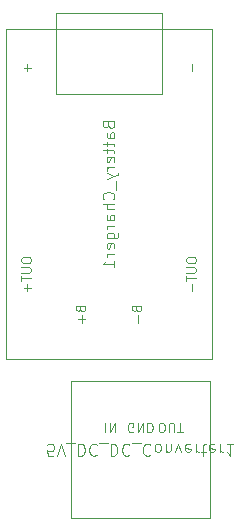
<source format=gbo>
%TF.GenerationSoftware,KiCad,Pcbnew,9.0.0*%
%TF.CreationDate,2025-03-19T00:36:04-07:00*%
%TF.ProjectId,tag_v2,7461675f-7632-42e6-9b69-6361645f7063,v0.4*%
%TF.SameCoordinates,Original*%
%TF.FileFunction,Legend,Bot*%
%TF.FilePolarity,Positive*%
%FSLAX46Y46*%
G04 Gerber Fmt 4.6, Leading zero omitted, Abs format (unit mm)*
G04 Created by KiCad (PCBNEW 9.0.0) date 2025-03-19 00:36:04*
%MOMM*%
%LPD*%
G01*
G04 APERTURE LIST*
%ADD10C,0.100000*%
G04 APERTURE END LIST*
D10*
X169172855Y-117382580D02*
X168696665Y-117382580D01*
X168696665Y-117382580D02*
X168649046Y-116906390D01*
X168649046Y-116906390D02*
X168696665Y-116954009D01*
X168696665Y-116954009D02*
X168791903Y-117001628D01*
X168791903Y-117001628D02*
X169029998Y-117001628D01*
X169029998Y-117001628D02*
X169125236Y-116954009D01*
X169125236Y-116954009D02*
X169172855Y-116906390D01*
X169172855Y-116906390D02*
X169220474Y-116811152D01*
X169220474Y-116811152D02*
X169220474Y-116573057D01*
X169220474Y-116573057D02*
X169172855Y-116477819D01*
X169172855Y-116477819D02*
X169125236Y-116430200D01*
X169125236Y-116430200D02*
X169029998Y-116382580D01*
X169029998Y-116382580D02*
X168791903Y-116382580D01*
X168791903Y-116382580D02*
X168696665Y-116430200D01*
X168696665Y-116430200D02*
X168649046Y-116477819D01*
X169506189Y-117382580D02*
X169839522Y-116382580D01*
X169839522Y-116382580D02*
X170172855Y-117382580D01*
X170268094Y-116287342D02*
X171029998Y-116287342D01*
X171268094Y-116382580D02*
X171268094Y-117382580D01*
X171268094Y-117382580D02*
X171506189Y-117382580D01*
X171506189Y-117382580D02*
X171649046Y-117334961D01*
X171649046Y-117334961D02*
X171744284Y-117239723D01*
X171744284Y-117239723D02*
X171791903Y-117144485D01*
X171791903Y-117144485D02*
X171839522Y-116954009D01*
X171839522Y-116954009D02*
X171839522Y-116811152D01*
X171839522Y-116811152D02*
X171791903Y-116620676D01*
X171791903Y-116620676D02*
X171744284Y-116525438D01*
X171744284Y-116525438D02*
X171649046Y-116430200D01*
X171649046Y-116430200D02*
X171506189Y-116382580D01*
X171506189Y-116382580D02*
X171268094Y-116382580D01*
X172839522Y-116477819D02*
X172791903Y-116430200D01*
X172791903Y-116430200D02*
X172649046Y-116382580D01*
X172649046Y-116382580D02*
X172553808Y-116382580D01*
X172553808Y-116382580D02*
X172410951Y-116430200D01*
X172410951Y-116430200D02*
X172315713Y-116525438D01*
X172315713Y-116525438D02*
X172268094Y-116620676D01*
X172268094Y-116620676D02*
X172220475Y-116811152D01*
X172220475Y-116811152D02*
X172220475Y-116954009D01*
X172220475Y-116954009D02*
X172268094Y-117144485D01*
X172268094Y-117144485D02*
X172315713Y-117239723D01*
X172315713Y-117239723D02*
X172410951Y-117334961D01*
X172410951Y-117334961D02*
X172553808Y-117382580D01*
X172553808Y-117382580D02*
X172649046Y-117382580D01*
X172649046Y-117382580D02*
X172791903Y-117334961D01*
X172791903Y-117334961D02*
X172839522Y-117287342D01*
X173029999Y-116287342D02*
X173791903Y-116287342D01*
X174029999Y-116382580D02*
X174029999Y-117382580D01*
X174029999Y-117382580D02*
X174268094Y-117382580D01*
X174268094Y-117382580D02*
X174410951Y-117334961D01*
X174410951Y-117334961D02*
X174506189Y-117239723D01*
X174506189Y-117239723D02*
X174553808Y-117144485D01*
X174553808Y-117144485D02*
X174601427Y-116954009D01*
X174601427Y-116954009D02*
X174601427Y-116811152D01*
X174601427Y-116811152D02*
X174553808Y-116620676D01*
X174553808Y-116620676D02*
X174506189Y-116525438D01*
X174506189Y-116525438D02*
X174410951Y-116430200D01*
X174410951Y-116430200D02*
X174268094Y-116382580D01*
X174268094Y-116382580D02*
X174029999Y-116382580D01*
X175601427Y-116477819D02*
X175553808Y-116430200D01*
X175553808Y-116430200D02*
X175410951Y-116382580D01*
X175410951Y-116382580D02*
X175315713Y-116382580D01*
X175315713Y-116382580D02*
X175172856Y-116430200D01*
X175172856Y-116430200D02*
X175077618Y-116525438D01*
X175077618Y-116525438D02*
X175029999Y-116620676D01*
X175029999Y-116620676D02*
X174982380Y-116811152D01*
X174982380Y-116811152D02*
X174982380Y-116954009D01*
X174982380Y-116954009D02*
X175029999Y-117144485D01*
X175029999Y-117144485D02*
X175077618Y-117239723D01*
X175077618Y-117239723D02*
X175172856Y-117334961D01*
X175172856Y-117334961D02*
X175315713Y-117382580D01*
X175315713Y-117382580D02*
X175410951Y-117382580D01*
X175410951Y-117382580D02*
X175553808Y-117334961D01*
X175553808Y-117334961D02*
X175601427Y-117287342D01*
X175791904Y-116287342D02*
X176553808Y-116287342D01*
X177363332Y-116477819D02*
X177315713Y-116430200D01*
X177315713Y-116430200D02*
X177172856Y-116382580D01*
X177172856Y-116382580D02*
X177077618Y-116382580D01*
X177077618Y-116382580D02*
X176934761Y-116430200D01*
X176934761Y-116430200D02*
X176839523Y-116525438D01*
X176839523Y-116525438D02*
X176791904Y-116620676D01*
X176791904Y-116620676D02*
X176744285Y-116811152D01*
X176744285Y-116811152D02*
X176744285Y-116954009D01*
X176744285Y-116954009D02*
X176791904Y-117144485D01*
X176791904Y-117144485D02*
X176839523Y-117239723D01*
X176839523Y-117239723D02*
X176934761Y-117334961D01*
X176934761Y-117334961D02*
X177077618Y-117382580D01*
X177077618Y-117382580D02*
X177172856Y-117382580D01*
X177172856Y-117382580D02*
X177315713Y-117334961D01*
X177315713Y-117334961D02*
X177363332Y-117287342D01*
X177934761Y-116382580D02*
X177839523Y-116430200D01*
X177839523Y-116430200D02*
X177791904Y-116477819D01*
X177791904Y-116477819D02*
X177744285Y-116573057D01*
X177744285Y-116573057D02*
X177744285Y-116858771D01*
X177744285Y-116858771D02*
X177791904Y-116954009D01*
X177791904Y-116954009D02*
X177839523Y-117001628D01*
X177839523Y-117001628D02*
X177934761Y-117049247D01*
X177934761Y-117049247D02*
X178077618Y-117049247D01*
X178077618Y-117049247D02*
X178172856Y-117001628D01*
X178172856Y-117001628D02*
X178220475Y-116954009D01*
X178220475Y-116954009D02*
X178268094Y-116858771D01*
X178268094Y-116858771D02*
X178268094Y-116573057D01*
X178268094Y-116573057D02*
X178220475Y-116477819D01*
X178220475Y-116477819D02*
X178172856Y-116430200D01*
X178172856Y-116430200D02*
X178077618Y-116382580D01*
X178077618Y-116382580D02*
X177934761Y-116382580D01*
X178696666Y-117049247D02*
X178696666Y-116382580D01*
X178696666Y-116954009D02*
X178744285Y-117001628D01*
X178744285Y-117001628D02*
X178839523Y-117049247D01*
X178839523Y-117049247D02*
X178982380Y-117049247D01*
X178982380Y-117049247D02*
X179077618Y-117001628D01*
X179077618Y-117001628D02*
X179125237Y-116906390D01*
X179125237Y-116906390D02*
X179125237Y-116382580D01*
X179506190Y-117049247D02*
X179744285Y-116382580D01*
X179744285Y-116382580D02*
X179982380Y-117049247D01*
X180744285Y-116430200D02*
X180649047Y-116382580D01*
X180649047Y-116382580D02*
X180458571Y-116382580D01*
X180458571Y-116382580D02*
X180363333Y-116430200D01*
X180363333Y-116430200D02*
X180315714Y-116525438D01*
X180315714Y-116525438D02*
X180315714Y-116906390D01*
X180315714Y-116906390D02*
X180363333Y-117001628D01*
X180363333Y-117001628D02*
X180458571Y-117049247D01*
X180458571Y-117049247D02*
X180649047Y-117049247D01*
X180649047Y-117049247D02*
X180744285Y-117001628D01*
X180744285Y-117001628D02*
X180791904Y-116906390D01*
X180791904Y-116906390D02*
X180791904Y-116811152D01*
X180791904Y-116811152D02*
X180315714Y-116715914D01*
X181220476Y-116382580D02*
X181220476Y-117049247D01*
X181220476Y-116858771D02*
X181268095Y-116954009D01*
X181268095Y-116954009D02*
X181315714Y-117001628D01*
X181315714Y-117001628D02*
X181410952Y-117049247D01*
X181410952Y-117049247D02*
X181506190Y-117049247D01*
X181696667Y-117049247D02*
X182077619Y-117049247D01*
X181839524Y-117382580D02*
X181839524Y-116525438D01*
X181839524Y-116525438D02*
X181887143Y-116430200D01*
X181887143Y-116430200D02*
X181982381Y-116382580D01*
X181982381Y-116382580D02*
X182077619Y-116382580D01*
X182791905Y-116430200D02*
X182696667Y-116382580D01*
X182696667Y-116382580D02*
X182506191Y-116382580D01*
X182506191Y-116382580D02*
X182410953Y-116430200D01*
X182410953Y-116430200D02*
X182363334Y-116525438D01*
X182363334Y-116525438D02*
X182363334Y-116906390D01*
X182363334Y-116906390D02*
X182410953Y-117001628D01*
X182410953Y-117001628D02*
X182506191Y-117049247D01*
X182506191Y-117049247D02*
X182696667Y-117049247D01*
X182696667Y-117049247D02*
X182791905Y-117001628D01*
X182791905Y-117001628D02*
X182839524Y-116906390D01*
X182839524Y-116906390D02*
X182839524Y-116811152D01*
X182839524Y-116811152D02*
X182363334Y-116715914D01*
X183268096Y-116382580D02*
X183268096Y-117049247D01*
X183268096Y-116858771D02*
X183315715Y-116954009D01*
X183315715Y-116954009D02*
X183363334Y-117001628D01*
X183363334Y-117001628D02*
X183458572Y-117049247D01*
X183458572Y-117049247D02*
X183553810Y-117049247D01*
X184410953Y-116382580D02*
X183839525Y-116382580D01*
X184125239Y-116382580D02*
X184125239Y-117382580D01*
X184125239Y-117382580D02*
X184030001Y-117239723D01*
X184030001Y-117239723D02*
X183934763Y-117144485D01*
X183934763Y-117144485D02*
X183839525Y-117096866D01*
X178270000Y-115407104D02*
X178422381Y-115407104D01*
X178422381Y-115407104D02*
X178498571Y-115369009D01*
X178498571Y-115369009D02*
X178574762Y-115292819D01*
X178574762Y-115292819D02*
X178612857Y-115140438D01*
X178612857Y-115140438D02*
X178612857Y-114873771D01*
X178612857Y-114873771D02*
X178574762Y-114721390D01*
X178574762Y-114721390D02*
X178498571Y-114645200D01*
X178498571Y-114645200D02*
X178422381Y-114607104D01*
X178422381Y-114607104D02*
X178270000Y-114607104D01*
X178270000Y-114607104D02*
X178193809Y-114645200D01*
X178193809Y-114645200D02*
X178117619Y-114721390D01*
X178117619Y-114721390D02*
X178079523Y-114873771D01*
X178079523Y-114873771D02*
X178079523Y-115140438D01*
X178079523Y-115140438D02*
X178117619Y-115292819D01*
X178117619Y-115292819D02*
X178193809Y-115369009D01*
X178193809Y-115369009D02*
X178270000Y-115407104D01*
X178955714Y-115407104D02*
X178955714Y-114759485D01*
X178955714Y-114759485D02*
X178993809Y-114683295D01*
X178993809Y-114683295D02*
X179031904Y-114645200D01*
X179031904Y-114645200D02*
X179108095Y-114607104D01*
X179108095Y-114607104D02*
X179260476Y-114607104D01*
X179260476Y-114607104D02*
X179336666Y-114645200D01*
X179336666Y-114645200D02*
X179374761Y-114683295D01*
X179374761Y-114683295D02*
X179412857Y-114759485D01*
X179412857Y-114759485D02*
X179412857Y-115407104D01*
X179679523Y-115407104D02*
X180136666Y-115407104D01*
X179908094Y-114607104D02*
X179908094Y-115407104D01*
X175920476Y-115369009D02*
X175844286Y-115407104D01*
X175844286Y-115407104D02*
X175730000Y-115407104D01*
X175730000Y-115407104D02*
X175615714Y-115369009D01*
X175615714Y-115369009D02*
X175539524Y-115292819D01*
X175539524Y-115292819D02*
X175501429Y-115216628D01*
X175501429Y-115216628D02*
X175463333Y-115064247D01*
X175463333Y-115064247D02*
X175463333Y-114949961D01*
X175463333Y-114949961D02*
X175501429Y-114797580D01*
X175501429Y-114797580D02*
X175539524Y-114721390D01*
X175539524Y-114721390D02*
X175615714Y-114645200D01*
X175615714Y-114645200D02*
X175730000Y-114607104D01*
X175730000Y-114607104D02*
X175806191Y-114607104D01*
X175806191Y-114607104D02*
X175920476Y-114645200D01*
X175920476Y-114645200D02*
X175958572Y-114683295D01*
X175958572Y-114683295D02*
X175958572Y-114949961D01*
X175958572Y-114949961D02*
X175806191Y-114949961D01*
X176301429Y-114607104D02*
X176301429Y-115407104D01*
X176301429Y-115407104D02*
X176758572Y-114607104D01*
X176758572Y-114607104D02*
X176758572Y-115407104D01*
X177139524Y-114607104D02*
X177139524Y-115407104D01*
X177139524Y-115407104D02*
X177330000Y-115407104D01*
X177330000Y-115407104D02*
X177444286Y-115369009D01*
X177444286Y-115369009D02*
X177520476Y-115292819D01*
X177520476Y-115292819D02*
X177558571Y-115216628D01*
X177558571Y-115216628D02*
X177596667Y-115064247D01*
X177596667Y-115064247D02*
X177596667Y-114949961D01*
X177596667Y-114949961D02*
X177558571Y-114797580D01*
X177558571Y-114797580D02*
X177520476Y-114721390D01*
X177520476Y-114721390D02*
X177444286Y-114645200D01*
X177444286Y-114645200D02*
X177330000Y-114607104D01*
X177330000Y-114607104D02*
X177139524Y-114607104D01*
X173570953Y-114607104D02*
X173570953Y-115407104D01*
X173951905Y-114607104D02*
X173951905Y-115407104D01*
X173951905Y-115407104D02*
X174409048Y-114607104D01*
X174409048Y-114607104D02*
X174409048Y-115407104D01*
X173823609Y-89396665D02*
X173871228Y-89539522D01*
X173871228Y-89539522D02*
X173918847Y-89587141D01*
X173918847Y-89587141D02*
X174014085Y-89634760D01*
X174014085Y-89634760D02*
X174156942Y-89634760D01*
X174156942Y-89634760D02*
X174252180Y-89587141D01*
X174252180Y-89587141D02*
X174299800Y-89539522D01*
X174299800Y-89539522D02*
X174347419Y-89444284D01*
X174347419Y-89444284D02*
X174347419Y-89063332D01*
X174347419Y-89063332D02*
X173347419Y-89063332D01*
X173347419Y-89063332D02*
X173347419Y-89396665D01*
X173347419Y-89396665D02*
X173395038Y-89491903D01*
X173395038Y-89491903D02*
X173442657Y-89539522D01*
X173442657Y-89539522D02*
X173537895Y-89587141D01*
X173537895Y-89587141D02*
X173633133Y-89587141D01*
X173633133Y-89587141D02*
X173728371Y-89539522D01*
X173728371Y-89539522D02*
X173775990Y-89491903D01*
X173775990Y-89491903D02*
X173823609Y-89396665D01*
X173823609Y-89396665D02*
X173823609Y-89063332D01*
X174347419Y-90491903D02*
X173823609Y-90491903D01*
X173823609Y-90491903D02*
X173728371Y-90444284D01*
X173728371Y-90444284D02*
X173680752Y-90349046D01*
X173680752Y-90349046D02*
X173680752Y-90158570D01*
X173680752Y-90158570D02*
X173728371Y-90063332D01*
X174299800Y-90491903D02*
X174347419Y-90396665D01*
X174347419Y-90396665D02*
X174347419Y-90158570D01*
X174347419Y-90158570D02*
X174299800Y-90063332D01*
X174299800Y-90063332D02*
X174204561Y-90015713D01*
X174204561Y-90015713D02*
X174109323Y-90015713D01*
X174109323Y-90015713D02*
X174014085Y-90063332D01*
X174014085Y-90063332D02*
X173966466Y-90158570D01*
X173966466Y-90158570D02*
X173966466Y-90396665D01*
X173966466Y-90396665D02*
X173918847Y-90491903D01*
X173680752Y-90825237D02*
X173680752Y-91206189D01*
X173347419Y-90968094D02*
X174204561Y-90968094D01*
X174204561Y-90968094D02*
X174299800Y-91015713D01*
X174299800Y-91015713D02*
X174347419Y-91110951D01*
X174347419Y-91110951D02*
X174347419Y-91206189D01*
X173680752Y-91396666D02*
X173680752Y-91777618D01*
X173347419Y-91539523D02*
X174204561Y-91539523D01*
X174204561Y-91539523D02*
X174299800Y-91587142D01*
X174299800Y-91587142D02*
X174347419Y-91682380D01*
X174347419Y-91682380D02*
X174347419Y-91777618D01*
X174299800Y-92491904D02*
X174347419Y-92396666D01*
X174347419Y-92396666D02*
X174347419Y-92206190D01*
X174347419Y-92206190D02*
X174299800Y-92110952D01*
X174299800Y-92110952D02*
X174204561Y-92063333D01*
X174204561Y-92063333D02*
X173823609Y-92063333D01*
X173823609Y-92063333D02*
X173728371Y-92110952D01*
X173728371Y-92110952D02*
X173680752Y-92206190D01*
X173680752Y-92206190D02*
X173680752Y-92396666D01*
X173680752Y-92396666D02*
X173728371Y-92491904D01*
X173728371Y-92491904D02*
X173823609Y-92539523D01*
X173823609Y-92539523D02*
X173918847Y-92539523D01*
X173918847Y-92539523D02*
X174014085Y-92063333D01*
X174347419Y-92968095D02*
X173680752Y-92968095D01*
X173871228Y-92968095D02*
X173775990Y-93015714D01*
X173775990Y-93015714D02*
X173728371Y-93063333D01*
X173728371Y-93063333D02*
X173680752Y-93158571D01*
X173680752Y-93158571D02*
X173680752Y-93253809D01*
X173680752Y-93491905D02*
X174347419Y-93730000D01*
X173680752Y-93968095D02*
X174347419Y-93730000D01*
X174347419Y-93730000D02*
X174585514Y-93634762D01*
X174585514Y-93634762D02*
X174633133Y-93587143D01*
X174633133Y-93587143D02*
X174680752Y-93491905D01*
X174442657Y-94110953D02*
X174442657Y-94872857D01*
X174252180Y-95682381D02*
X174299800Y-95634762D01*
X174299800Y-95634762D02*
X174347419Y-95491905D01*
X174347419Y-95491905D02*
X174347419Y-95396667D01*
X174347419Y-95396667D02*
X174299800Y-95253810D01*
X174299800Y-95253810D02*
X174204561Y-95158572D01*
X174204561Y-95158572D02*
X174109323Y-95110953D01*
X174109323Y-95110953D02*
X173918847Y-95063334D01*
X173918847Y-95063334D02*
X173775990Y-95063334D01*
X173775990Y-95063334D02*
X173585514Y-95110953D01*
X173585514Y-95110953D02*
X173490276Y-95158572D01*
X173490276Y-95158572D02*
X173395038Y-95253810D01*
X173395038Y-95253810D02*
X173347419Y-95396667D01*
X173347419Y-95396667D02*
X173347419Y-95491905D01*
X173347419Y-95491905D02*
X173395038Y-95634762D01*
X173395038Y-95634762D02*
X173442657Y-95682381D01*
X174347419Y-96110953D02*
X173347419Y-96110953D01*
X174347419Y-96539524D02*
X173823609Y-96539524D01*
X173823609Y-96539524D02*
X173728371Y-96491905D01*
X173728371Y-96491905D02*
X173680752Y-96396667D01*
X173680752Y-96396667D02*
X173680752Y-96253810D01*
X173680752Y-96253810D02*
X173728371Y-96158572D01*
X173728371Y-96158572D02*
X173775990Y-96110953D01*
X174347419Y-97444286D02*
X173823609Y-97444286D01*
X173823609Y-97444286D02*
X173728371Y-97396667D01*
X173728371Y-97396667D02*
X173680752Y-97301429D01*
X173680752Y-97301429D02*
X173680752Y-97110953D01*
X173680752Y-97110953D02*
X173728371Y-97015715D01*
X174299800Y-97444286D02*
X174347419Y-97349048D01*
X174347419Y-97349048D02*
X174347419Y-97110953D01*
X174347419Y-97110953D02*
X174299800Y-97015715D01*
X174299800Y-97015715D02*
X174204561Y-96968096D01*
X174204561Y-96968096D02*
X174109323Y-96968096D01*
X174109323Y-96968096D02*
X174014085Y-97015715D01*
X174014085Y-97015715D02*
X173966466Y-97110953D01*
X173966466Y-97110953D02*
X173966466Y-97349048D01*
X173966466Y-97349048D02*
X173918847Y-97444286D01*
X174347419Y-97920477D02*
X173680752Y-97920477D01*
X173871228Y-97920477D02*
X173775990Y-97968096D01*
X173775990Y-97968096D02*
X173728371Y-98015715D01*
X173728371Y-98015715D02*
X173680752Y-98110953D01*
X173680752Y-98110953D02*
X173680752Y-98206191D01*
X173680752Y-98968096D02*
X174490276Y-98968096D01*
X174490276Y-98968096D02*
X174585514Y-98920477D01*
X174585514Y-98920477D02*
X174633133Y-98872858D01*
X174633133Y-98872858D02*
X174680752Y-98777620D01*
X174680752Y-98777620D02*
X174680752Y-98634763D01*
X174680752Y-98634763D02*
X174633133Y-98539525D01*
X174299800Y-98968096D02*
X174347419Y-98872858D01*
X174347419Y-98872858D02*
X174347419Y-98682382D01*
X174347419Y-98682382D02*
X174299800Y-98587144D01*
X174299800Y-98587144D02*
X174252180Y-98539525D01*
X174252180Y-98539525D02*
X174156942Y-98491906D01*
X174156942Y-98491906D02*
X173871228Y-98491906D01*
X173871228Y-98491906D02*
X173775990Y-98539525D01*
X173775990Y-98539525D02*
X173728371Y-98587144D01*
X173728371Y-98587144D02*
X173680752Y-98682382D01*
X173680752Y-98682382D02*
X173680752Y-98872858D01*
X173680752Y-98872858D02*
X173728371Y-98968096D01*
X174299800Y-99825239D02*
X174347419Y-99730001D01*
X174347419Y-99730001D02*
X174347419Y-99539525D01*
X174347419Y-99539525D02*
X174299800Y-99444287D01*
X174299800Y-99444287D02*
X174204561Y-99396668D01*
X174204561Y-99396668D02*
X173823609Y-99396668D01*
X173823609Y-99396668D02*
X173728371Y-99444287D01*
X173728371Y-99444287D02*
X173680752Y-99539525D01*
X173680752Y-99539525D02*
X173680752Y-99730001D01*
X173680752Y-99730001D02*
X173728371Y-99825239D01*
X173728371Y-99825239D02*
X173823609Y-99872858D01*
X173823609Y-99872858D02*
X173918847Y-99872858D01*
X173918847Y-99872858D02*
X174014085Y-99396668D01*
X174347419Y-100301430D02*
X173680752Y-100301430D01*
X173871228Y-100301430D02*
X173775990Y-100349049D01*
X173775990Y-100349049D02*
X173728371Y-100396668D01*
X173728371Y-100396668D02*
X173680752Y-100491906D01*
X173680752Y-100491906D02*
X173680752Y-100587144D01*
X174347419Y-101444287D02*
X174347419Y-100872859D01*
X174347419Y-101158573D02*
X173347419Y-101158573D01*
X173347419Y-101158573D02*
X173490276Y-101063335D01*
X173490276Y-101063335D02*
X173585514Y-100968097D01*
X173585514Y-100968097D02*
X173633133Y-100872859D01*
X171462847Y-104971904D02*
X171500942Y-105086190D01*
X171500942Y-105086190D02*
X171539038Y-105124285D01*
X171539038Y-105124285D02*
X171615228Y-105162381D01*
X171615228Y-105162381D02*
X171729514Y-105162381D01*
X171729514Y-105162381D02*
X171805704Y-105124285D01*
X171805704Y-105124285D02*
X171843800Y-105086190D01*
X171843800Y-105086190D02*
X171881895Y-105010000D01*
X171881895Y-105010000D02*
X171881895Y-104705238D01*
X171881895Y-104705238D02*
X171081895Y-104705238D01*
X171081895Y-104705238D02*
X171081895Y-104971904D01*
X171081895Y-104971904D02*
X171119990Y-105048095D01*
X171119990Y-105048095D02*
X171158085Y-105086190D01*
X171158085Y-105086190D02*
X171234276Y-105124285D01*
X171234276Y-105124285D02*
X171310466Y-105124285D01*
X171310466Y-105124285D02*
X171386657Y-105086190D01*
X171386657Y-105086190D02*
X171424752Y-105048095D01*
X171424752Y-105048095D02*
X171462847Y-104971904D01*
X171462847Y-104971904D02*
X171462847Y-104705238D01*
X171577133Y-105505238D02*
X171577133Y-106114762D01*
X171881895Y-105810000D02*
X171272371Y-105810000D01*
X176208847Y-104971904D02*
X176246942Y-105086190D01*
X176246942Y-105086190D02*
X176285038Y-105124285D01*
X176285038Y-105124285D02*
X176361228Y-105162381D01*
X176361228Y-105162381D02*
X176475514Y-105162381D01*
X176475514Y-105162381D02*
X176551704Y-105124285D01*
X176551704Y-105124285D02*
X176589800Y-105086190D01*
X176589800Y-105086190D02*
X176627895Y-105010000D01*
X176627895Y-105010000D02*
X176627895Y-104705238D01*
X176627895Y-104705238D02*
X175827895Y-104705238D01*
X175827895Y-104705238D02*
X175827895Y-104971904D01*
X175827895Y-104971904D02*
X175865990Y-105048095D01*
X175865990Y-105048095D02*
X175904085Y-105086190D01*
X175904085Y-105086190D02*
X175980276Y-105124285D01*
X175980276Y-105124285D02*
X176056466Y-105124285D01*
X176056466Y-105124285D02*
X176132657Y-105086190D01*
X176132657Y-105086190D02*
X176170752Y-105048095D01*
X176170752Y-105048095D02*
X176208847Y-104971904D01*
X176208847Y-104971904D02*
X176208847Y-104705238D01*
X176323133Y-105505238D02*
X176323133Y-106114762D01*
X166965133Y-84224211D02*
X166965133Y-84833735D01*
X167269895Y-84528973D02*
X166660371Y-84528973D01*
X166469895Y-100738646D02*
X166469895Y-100891027D01*
X166469895Y-100891027D02*
X166507990Y-100967217D01*
X166507990Y-100967217D02*
X166584180Y-101043408D01*
X166584180Y-101043408D02*
X166736561Y-101081503D01*
X166736561Y-101081503D02*
X167003228Y-101081503D01*
X167003228Y-101081503D02*
X167155609Y-101043408D01*
X167155609Y-101043408D02*
X167231800Y-100967217D01*
X167231800Y-100967217D02*
X167269895Y-100891027D01*
X167269895Y-100891027D02*
X167269895Y-100738646D01*
X167269895Y-100738646D02*
X167231800Y-100662455D01*
X167231800Y-100662455D02*
X167155609Y-100586265D01*
X167155609Y-100586265D02*
X167003228Y-100548169D01*
X167003228Y-100548169D02*
X166736561Y-100548169D01*
X166736561Y-100548169D02*
X166584180Y-100586265D01*
X166584180Y-100586265D02*
X166507990Y-100662455D01*
X166507990Y-100662455D02*
X166469895Y-100738646D01*
X166469895Y-101424360D02*
X167117514Y-101424360D01*
X167117514Y-101424360D02*
X167193704Y-101462455D01*
X167193704Y-101462455D02*
X167231800Y-101500550D01*
X167231800Y-101500550D02*
X167269895Y-101576741D01*
X167269895Y-101576741D02*
X167269895Y-101729122D01*
X167269895Y-101729122D02*
X167231800Y-101805312D01*
X167231800Y-101805312D02*
X167193704Y-101843407D01*
X167193704Y-101843407D02*
X167117514Y-101881503D01*
X167117514Y-101881503D02*
X166469895Y-101881503D01*
X166469895Y-102148169D02*
X166469895Y-102605312D01*
X167269895Y-102376740D02*
X166469895Y-102376740D01*
X166965133Y-102871979D02*
X166965133Y-103481503D01*
X167269895Y-103176741D02*
X166660371Y-103176741D01*
X180935133Y-84224211D02*
X180935133Y-84833735D01*
X180439895Y-100738646D02*
X180439895Y-100891027D01*
X180439895Y-100891027D02*
X180477990Y-100967217D01*
X180477990Y-100967217D02*
X180554180Y-101043408D01*
X180554180Y-101043408D02*
X180706561Y-101081503D01*
X180706561Y-101081503D02*
X180973228Y-101081503D01*
X180973228Y-101081503D02*
X181125609Y-101043408D01*
X181125609Y-101043408D02*
X181201800Y-100967217D01*
X181201800Y-100967217D02*
X181239895Y-100891027D01*
X181239895Y-100891027D02*
X181239895Y-100738646D01*
X181239895Y-100738646D02*
X181201800Y-100662455D01*
X181201800Y-100662455D02*
X181125609Y-100586265D01*
X181125609Y-100586265D02*
X180973228Y-100548169D01*
X180973228Y-100548169D02*
X180706561Y-100548169D01*
X180706561Y-100548169D02*
X180554180Y-100586265D01*
X180554180Y-100586265D02*
X180477990Y-100662455D01*
X180477990Y-100662455D02*
X180439895Y-100738646D01*
X180439895Y-101424360D02*
X181087514Y-101424360D01*
X181087514Y-101424360D02*
X181163704Y-101462455D01*
X181163704Y-101462455D02*
X181201800Y-101500550D01*
X181201800Y-101500550D02*
X181239895Y-101576741D01*
X181239895Y-101576741D02*
X181239895Y-101729122D01*
X181239895Y-101729122D02*
X181201800Y-101805312D01*
X181201800Y-101805312D02*
X181163704Y-101843407D01*
X181163704Y-101843407D02*
X181087514Y-101881503D01*
X181087514Y-101881503D02*
X180439895Y-101881503D01*
X180439895Y-102148169D02*
X180439895Y-102605312D01*
X181239895Y-102376740D02*
X180439895Y-102376740D01*
X180935133Y-102871979D02*
X180935133Y-103481503D01*
%TO.C,5V_DC_DC_Converter1*%
X170630000Y-122640000D02*
X182430000Y-122640000D01*
X182430000Y-111040000D01*
X170630000Y-111040000D01*
X170630000Y-122640000D01*
%TO.C,Battery_Charger1*%
X165190000Y-81280000D02*
X182590000Y-81280000D01*
X182590000Y-109180000D01*
X165190000Y-109180000D01*
X165190000Y-81280000D01*
X169370000Y-79940000D02*
X178410000Y-79940000D01*
X178410000Y-86800000D01*
X169370000Y-86800000D01*
X169370000Y-79940000D01*
%TD*%
M02*

</source>
